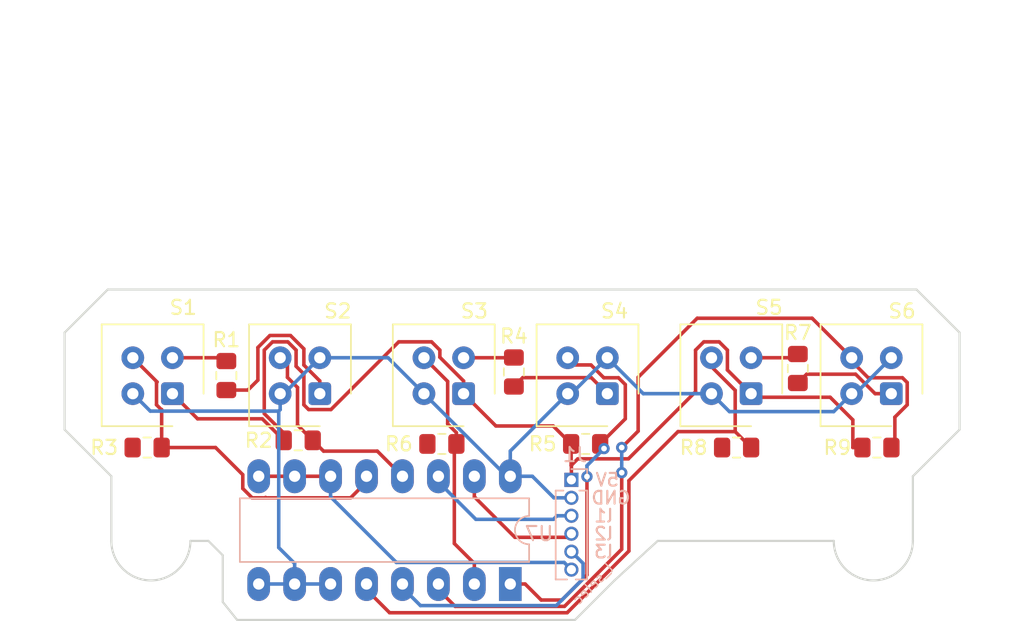
<source format=kicad_pcb>
(kicad_pcb (version 20171130) (host pcbnew "(5.0.1)-4")

  (general
    (thickness 1.6)
    (drawings 29)
    (tracks 198)
    (zones 0)
    (modules 19)
    (nets 22)
  )

  (page A4)
  (layers
    (0 F.Cu signal)
    (31 B.Cu signal)
    (32 B.Adhes user)
    (33 F.Adhes user)
    (34 B.Paste user)
    (35 F.Paste user hide)
    (36 B.SilkS user)
    (37 F.SilkS user)
    (38 B.Mask user)
    (39 F.Mask user)
    (40 Dwgs.User user)
    (41 Cmts.User user)
    (42 Eco1.User user)
    (43 Eco2.User user)
    (44 Edge.Cuts user)
    (45 Margin user)
    (46 B.CrtYd user)
    (47 F.CrtYd user)
    (48 B.Fab user)
    (49 F.Fab user)
  )

  (setup
    (last_trace_width 0.25)
    (trace_clearance 0.2)
    (zone_clearance 0.508)
    (zone_45_only no)
    (trace_min 0.2)
    (segment_width 0.2)
    (edge_width 0.15)
    (via_size 0.8)
    (via_drill 0.4)
    (via_min_size 0.4)
    (via_min_drill 0.3)
    (uvia_size 0.3)
    (uvia_drill 0.1)
    (uvias_allowed no)
    (uvia_min_size 0.2)
    (uvia_min_drill 0.1)
    (pcb_text_width 0.3)
    (pcb_text_size 1.5 1.5)
    (mod_edge_width 0.15)
    (mod_text_size 1 1)
    (mod_text_width 0.15)
    (pad_size 1.524 1.524)
    (pad_drill 0.762)
    (pad_to_mask_clearance 0.051)
    (solder_mask_min_width 0.25)
    (aux_axis_origin 0 0)
    (visible_elements 7FFFFFFF)
    (pcbplotparams
      (layerselection 0x01000_7ffffffe)
      (usegerberextensions false)
      (usegerberattributes false)
      (usegerberadvancedattributes false)
      (creategerberjobfile false)
      (excludeedgelayer true)
      (linewidth 0.100000)
      (plotframeref false)
      (viasonmask false)
      (mode 1)
      (useauxorigin false)
      (hpglpennumber 1)
      (hpglpenspeed 20)
      (hpglpendiameter 15.000000)
      (psnegative false)
      (psa4output false)
      (plotreference true)
      (plotvalue true)
      (plotinvisibletext false)
      (padsonsilk false)
      (subtractmaskfromsilk false)
      (outputformat 3)
      (mirror false)
      (drillshape 0)
      (scaleselection 1)
      (outputdirectory "E:/"))
  )

  (net 0 "")
  (net 1 +5V)
  (net 2 GND)
  (net 3 /linea1)
  (net 4 /linea2)
  (net 5 /linea3)
  (net 6 /linea_selec)
  (net 7 "Net-(R1-Pad1)")
  (net 8 "Net-(R1-Pad2)")
  (net 9 /sensor1)
  (net 10 /sensor2)
  (net 11 "Net-(R4-Pad2)")
  (net 12 "Net-(R4-Pad1)")
  (net 13 /sensor3)
  (net 14 /sensor4)
  (net 15 "Net-(R7-Pad1)")
  (net 16 "Net-(R7-Pad2)")
  (net 17 /sensor5)
  (net 18 "Net-(R8-Pad1)")
  (net 19 /sensor6)
  (net 20 "Net-(R3-Pad1)")
  (net 21 "Net-(R6-Pad1)")

  (net_class Default "Esta es la clase de red por defecto."
    (clearance 0.2)
    (trace_width 0.25)
    (via_dia 0.8)
    (via_drill 0.4)
    (uvia_dia 0.3)
    (uvia_drill 0.1)
    (add_net +5V)
    (add_net /linea1)
    (add_net /linea2)
    (add_net /linea3)
    (add_net /linea_selec)
    (add_net /sensor1)
    (add_net /sensor2)
    (add_net /sensor3)
    (add_net /sensor4)
    (add_net /sensor5)
    (add_net /sensor6)
    (add_net GND)
    (add_net "Net-(R1-Pad1)")
    (add_net "Net-(R1-Pad2)")
    (add_net "Net-(R3-Pad1)")
    (add_net "Net-(R4-Pad1)")
    (add_net "Net-(R4-Pad2)")
    (add_net "Net-(R6-Pad1)")
    (add_net "Net-(R7-Pad1)")
    (add_net "Net-(R7-Pad2)")
    (add_net "Net-(R8-Pad1)")
  )

  (module OptoDevice:Vishay_CNY70 (layer F.Cu) (tedit 5BF9374C) (tstamp 5BFD6D42)
    (at 75.692 126.238 180)
    (descr "package for Vishay CNY70 refective photo coupler/interrupter")
    (tags "Vishay CNY70 refective photo coupler")
    (path /5BEFF1FC)
    (fp_text reference S2 (at -1.27 5.842 180) (layer F.SilkS)
      (effects (font (size 1 1) (thickness 0.15)))
    )
    (fp_text value CNY70 (at 2.54 5.8 180) (layer F.Fab)
      (effects (font (size 1 1) (thickness 0.15)))
    )
    (fp_text user %R (at 1.5 1.4 180) (layer F.Fab)
      (effects (font (size 1 1) (thickness 0.15)))
    )
    (fp_line (start 5 4.9) (end 5 -2.3) (layer F.SilkS) (width 0.12))
    (fp_line (start -2.2 4.9) (end 5 4.9) (layer F.SilkS) (width 0.12))
    (fp_line (start -2.2 0) (end -2.2 4.9) (layer F.SilkS) (width 0.12))
    (fp_line (start 5 -2.3) (end 0 -2.3) (layer F.SilkS) (width 0.12))
    (fp_line (start -1.1 3.9) (end 3.9 3.9) (layer F.Fab) (width 0.1))
    (fp_line (start -1.1 -1.2) (end -1.1 3.9) (layer F.Fab) (width 0.1))
    (fp_line (start 3.9 -1.2) (end -1.1 -1.2) (layer F.Fab) (width 0.1))
    (fp_line (start 3.9 3.9) (end 3.9 -1.2) (layer F.Fab) (width 0.1))
    (fp_line (start 1.2 4.5) (end 1.2 4.8) (layer F.Fab) (width 0.1))
    (fp_line (start 1.6 4.5) (end 1.2 4.5) (layer F.Fab) (width 0.1))
    (fp_line (start 1.6 4.8) (end 1.6 4.5) (layer F.Fab) (width 0.1))
    (fp_line (start 1.6 -1.9) (end 1.6 -2.2) (layer F.Fab) (width 0.1))
    (fp_line (start 1.2 -1.9) (end 1.6 -1.9) (layer F.Fab) (width 0.1))
    (fp_line (start 1.2 -2.2) (end 1.2 -1.9) (layer F.Fab) (width 0.1))
    (fp_line (start -2.1 -1.2) (end -1.1 -2.2) (layer F.Fab) (width 0.1))
    (fp_line (start -2.1 4.8) (end -2.1 -1.2) (layer F.Fab) (width 0.1))
    (fp_line (start 4.9 4.8) (end -2.1 4.8) (layer F.Fab) (width 0.1))
    (fp_line (start 4.9 -2.2) (end 4.9 4.8) (layer F.Fab) (width 0.1))
    (fp_line (start -1.1 -2.2) (end 4.9 -2.2) (layer F.Fab) (width 0.1))
    (fp_line (start -2.35 -2.45) (end 5.15 -2.45) (layer F.CrtYd) (width 0.05))
    (fp_line (start -2.35 -2.45) (end -2.35 5.05) (layer F.CrtYd) (width 0.05))
    (fp_line (start 5.15 5.05) (end 5.15 -2.45) (layer F.CrtYd) (width 0.05))
    (fp_line (start 5.15 5.05) (end -2.35 5.05) (layer F.CrtYd) (width 0.05))
    (pad 4 thru_hole circle (at 2.8 0 180) (size 1.6 1.6) (drill 0.8) (layers *.Cu *.Mask)
      (net 2 GND))
    (pad 3 thru_hole circle (at 2.8 2.54 180) (size 1.6 1.6) (drill 0.8) (layers *.Cu *.Mask)
      (net 10 /sensor2))
    (pad 2 thru_hole circle (at 0 2.54 180) (size 1.6 1.6) (drill 0.8) (layers *.Cu *.Mask)
      (net 2 GND))
    (pad 1 thru_hole roundrect (at 0 0 180) (size 1.6 1.6) (drill 0.8) (layers *.Cu *.Mask) (roundrect_rratio 0.156)
      (net 8 "Net-(R1-Pad2)"))
    (model ${KISYS3DMOD}/OptoDevice.3dshapes/Vishay_CNY70.wrl
      (at (xyz 0 0 0))
      (scale (xyz 1 1 1))
      (rotate (xyz 0 0 0))
    )
  )

  (module OptoDevice:Vishay_CNY70 (layer F.Cu) (tedit 5BF93690) (tstamp 5BFD6D62)
    (at 85.852 126.238 180)
    (descr "package for Vishay CNY70 refective photo coupler/interrupter")
    (tags "Vishay CNY70 refective photo coupler")
    (path /5BEFF196)
    (fp_text reference S3 (at -0.762 5.842 180) (layer F.SilkS)
      (effects (font (size 1 1) (thickness 0.15)))
    )
    (fp_text value CNY70 (at 2.794 5.8 180) (layer F.Fab)
      (effects (font (size 1 1) (thickness 0.15)))
    )
    (fp_text user %R (at 1.5 1.4 180) (layer F.Fab)
      (effects (font (size 1 1) (thickness 0.15)))
    )
    (fp_line (start 5 4.9) (end 5 -2.3) (layer F.SilkS) (width 0.12))
    (fp_line (start -2.2 4.9) (end 5 4.9) (layer F.SilkS) (width 0.12))
    (fp_line (start -2.2 0) (end -2.2 4.9) (layer F.SilkS) (width 0.12))
    (fp_line (start 5 -2.3) (end 0 -2.3) (layer F.SilkS) (width 0.12))
    (fp_line (start -1.1 3.9) (end 3.9 3.9) (layer F.Fab) (width 0.1))
    (fp_line (start -1.1 -1.2) (end -1.1 3.9) (layer F.Fab) (width 0.1))
    (fp_line (start 3.9 -1.2) (end -1.1 -1.2) (layer F.Fab) (width 0.1))
    (fp_line (start 3.9 3.9) (end 3.9 -1.2) (layer F.Fab) (width 0.1))
    (fp_line (start 1.2 4.5) (end 1.2 4.8) (layer F.Fab) (width 0.1))
    (fp_line (start 1.6 4.5) (end 1.2 4.5) (layer F.Fab) (width 0.1))
    (fp_line (start 1.6 4.8) (end 1.6 4.5) (layer F.Fab) (width 0.1))
    (fp_line (start 1.6 -1.9) (end 1.6 -2.2) (layer F.Fab) (width 0.1))
    (fp_line (start 1.2 -1.9) (end 1.6 -1.9) (layer F.Fab) (width 0.1))
    (fp_line (start 1.2 -2.2) (end 1.2 -1.9) (layer F.Fab) (width 0.1))
    (fp_line (start -2.1 -1.2) (end -1.1 -2.2) (layer F.Fab) (width 0.1))
    (fp_line (start -2.1 4.8) (end -2.1 -1.2) (layer F.Fab) (width 0.1))
    (fp_line (start 4.9 4.8) (end -2.1 4.8) (layer F.Fab) (width 0.1))
    (fp_line (start 4.9 -2.2) (end 4.9 4.8) (layer F.Fab) (width 0.1))
    (fp_line (start -1.1 -2.2) (end 4.9 -2.2) (layer F.Fab) (width 0.1))
    (fp_line (start -2.35 -2.45) (end 5.15 -2.45) (layer F.CrtYd) (width 0.05))
    (fp_line (start -2.35 -2.45) (end -2.35 5.05) (layer F.CrtYd) (width 0.05))
    (fp_line (start 5.15 5.05) (end 5.15 -2.45) (layer F.CrtYd) (width 0.05))
    (fp_line (start 5.15 5.05) (end -2.35 5.05) (layer F.CrtYd) (width 0.05))
    (pad 4 thru_hole circle (at 2.8 0 180) (size 1.6 1.6) (drill 0.8) (layers *.Cu *.Mask)
      (net 2 GND))
    (pad 3 thru_hole circle (at 2.8 2.54 180) (size 1.6 1.6) (drill 0.8) (layers *.Cu *.Mask)
      (net 13 /sensor3))
    (pad 2 thru_hole circle (at 0 2.54 180) (size 1.6 1.6) (drill 0.8) (layers *.Cu *.Mask)
      (net 12 "Net-(R4-Pad1)"))
    (pad 1 thru_hole roundrect (at 0 0 180) (size 1.6 1.6) (drill 0.8) (layers *.Cu *.Mask) (roundrect_rratio 0.156)
      (net 1 +5V))
    (model ${KISYS3DMOD}/OptoDevice.3dshapes/Vishay_CNY70.wrl
      (at (xyz 0 0 0))
      (scale (xyz 1 1 1))
      (rotate (xyz 0 0 0))
    )
  )

  (module Resistor_SMD:R_0805_2012Metric_Pad1.15x1.40mm_HandSolder (layer F.Cu) (tedit 5B36C52B) (tstamp 5BFD6CCF)
    (at 84.319 129.794)
    (descr "Resistor SMD 0805 (2012 Metric), square (rectangular) end terminal, IPC_7351 nominal with elongated pad for handsoldering. (Body size source: https://docs.google.com/spreadsheets/d/1BsfQQcO9C6DZCsRaXUlFlo91Tg2WpOkGARC1WS5S8t0/edit?usp=sharing), generated with kicad-footprint-generator")
    (tags "resistor handsolder")
    (path /5BEFF951)
    (attr smd)
    (fp_text reference R6 (at -3.039 0) (layer F.SilkS)
      (effects (font (size 1 1) (thickness 0.15)))
    )
    (fp_text value 10k (at 0 1.65 -270) (layer F.Fab)
      (effects (font (size 1 1) (thickness 0.15)))
    )
    (fp_text user %R (at 0 0) (layer F.Fab)
      (effects (font (size 0.5 0.5) (thickness 0.08)))
    )
    (fp_line (start 1.85 0.95) (end -1.85 0.95) (layer F.CrtYd) (width 0.05))
    (fp_line (start 1.85 -0.95) (end 1.85 0.95) (layer F.CrtYd) (width 0.05))
    (fp_line (start -1.85 -0.95) (end 1.85 -0.95) (layer F.CrtYd) (width 0.05))
    (fp_line (start -1.85 0.95) (end -1.85 -0.95) (layer F.CrtYd) (width 0.05))
    (fp_line (start -0.261252 0.71) (end 0.261252 0.71) (layer F.SilkS) (width 0.12))
    (fp_line (start -0.261252 -0.71) (end 0.261252 -0.71) (layer F.SilkS) (width 0.12))
    (fp_line (start 1 0.6) (end -1 0.6) (layer F.Fab) (width 0.1))
    (fp_line (start 1 -0.6) (end 1 0.6) (layer F.Fab) (width 0.1))
    (fp_line (start -1 -0.6) (end 1 -0.6) (layer F.Fab) (width 0.1))
    (fp_line (start -1 0.6) (end -1 -0.6) (layer F.Fab) (width 0.1))
    (pad 2 smd roundrect (at 1.025 0) (size 1.15 1.4) (layers F.Cu F.Paste F.Mask) (roundrect_rratio 0.217391)
      (net 13 /sensor3))
    (pad 1 smd roundrect (at -1.025 0) (size 1.15 1.4) (layers F.Cu F.Paste F.Mask) (roundrect_rratio 0.217391)
      (net 21 "Net-(R6-Pad1)"))
    (model ${KISYS3DMOD}/Resistor_SMD.3dshapes/R_0805_2012Metric.wrl
      (at (xyz 0 0 0))
      (scale (xyz 1 1 1))
      (rotate (xyz 0 0 0))
    )
  )

  (module Resistor_SMD:R_0805_2012Metric_Pad1.15x1.40mm_HandSolder (layer F.Cu) (tedit 5B36C52B) (tstamp 5BFD6CAD)
    (at 89.408 124.705 270)
    (descr "Resistor SMD 0805 (2012 Metric), square (rectangular) end terminal, IPC_7351 nominal with elongated pad for handsoldering. (Body size source: https://docs.google.com/spreadsheets/d/1BsfQQcO9C6DZCsRaXUlFlo91Tg2WpOkGARC1WS5S8t0/edit?usp=sharing), generated with kicad-footprint-generator")
    (tags "resistor handsolder")
    (path /5BF09105)
    (attr smd)
    (fp_text reference R4 (at -2.531 0) (layer F.SilkS)
      (effects (font (size 1 1) (thickness 0.15)))
    )
    (fp_text value 82 (at 0 1.65 270) (layer F.Fab)
      (effects (font (size 1 1) (thickness 0.15)))
    )
    (fp_text user %R (at 0 0 270) (layer F.Fab)
      (effects (font (size 0.5 0.5) (thickness 0.08)))
    )
    (fp_line (start 1.85 0.95) (end -1.85 0.95) (layer F.CrtYd) (width 0.05))
    (fp_line (start 1.85 -0.95) (end 1.85 0.95) (layer F.CrtYd) (width 0.05))
    (fp_line (start -1.85 -0.95) (end 1.85 -0.95) (layer F.CrtYd) (width 0.05))
    (fp_line (start -1.85 0.95) (end -1.85 -0.95) (layer F.CrtYd) (width 0.05))
    (fp_line (start -0.261252 0.71) (end 0.261252 0.71) (layer F.SilkS) (width 0.12))
    (fp_line (start -0.261252 -0.71) (end 0.261252 -0.71) (layer F.SilkS) (width 0.12))
    (fp_line (start 1 0.6) (end -1 0.6) (layer F.Fab) (width 0.1))
    (fp_line (start 1 -0.6) (end 1 0.6) (layer F.Fab) (width 0.1))
    (fp_line (start -1 -0.6) (end 1 -0.6) (layer F.Fab) (width 0.1))
    (fp_line (start -1 0.6) (end -1 -0.6) (layer F.Fab) (width 0.1))
    (pad 2 smd roundrect (at 1.025 0 270) (size 1.15 1.4) (layers F.Cu F.Paste F.Mask) (roundrect_rratio 0.217391)
      (net 11 "Net-(R4-Pad2)"))
    (pad 1 smd roundrect (at -1.025 0 270) (size 1.15 1.4) (layers F.Cu F.Paste F.Mask) (roundrect_rratio 0.217391)
      (net 12 "Net-(R4-Pad1)"))
    (model ${KISYS3DMOD}/Resistor_SMD.3dshapes/R_0805_2012Metric.wrl
      (at (xyz 0 0 0))
      (scale (xyz 1 1 1))
      (rotate (xyz 0 0 0))
    )
  )

  (module Resistor_SMD:R_0805_2012Metric_Pad1.15x1.40mm_HandSolder (layer F.Cu) (tedit 5B36C52B) (tstamp 5BFD6C8B)
    (at 74.168 129.54)
    (descr "Resistor SMD 0805 (2012 Metric), square (rectangular) end terminal, IPC_7351 nominal with elongated pad for handsoldering. (Body size source: https://docs.google.com/spreadsheets/d/1BsfQQcO9C6DZCsRaXUlFlo91Tg2WpOkGARC1WS5S8t0/edit?usp=sharing), generated with kicad-footprint-generator")
    (tags "resistor handsolder")
    (path /5BEFF77A)
    (attr smd)
    (fp_text reference R2 (at -2.794 0) (layer F.SilkS)
      (effects (font (size 1 1) (thickness 0.15)))
    )
    (fp_text value 10k (at 0 1.65) (layer F.Fab)
      (effects (font (size 1 1) (thickness 0.15)))
    )
    (fp_text user %R (at 0 0.254) (layer F.Fab)
      (effects (font (size 0.5 0.5) (thickness 0.08)))
    )
    (fp_line (start 1.85 0.95) (end -1.85 0.95) (layer F.CrtYd) (width 0.05))
    (fp_line (start 1.85 -0.95) (end 1.85 0.95) (layer F.CrtYd) (width 0.05))
    (fp_line (start -1.85 -0.95) (end 1.85 -0.95) (layer F.CrtYd) (width 0.05))
    (fp_line (start -1.85 0.95) (end -1.85 -0.95) (layer F.CrtYd) (width 0.05))
    (fp_line (start -0.261252 0.71) (end 0.261252 0.71) (layer F.SilkS) (width 0.12))
    (fp_line (start -0.261252 -0.71) (end 0.261252 -0.71) (layer F.SilkS) (width 0.12))
    (fp_line (start 1 0.6) (end -1 0.6) (layer F.Fab) (width 0.1))
    (fp_line (start 1 -0.6) (end 1 0.6) (layer F.Fab) (width 0.1))
    (fp_line (start -1 -0.6) (end 1 -0.6) (layer F.Fab) (width 0.1))
    (fp_line (start -1 0.6) (end -1 -0.6) (layer F.Fab) (width 0.1))
    (pad 2 smd roundrect (at 1.025 0) (size 1.15 1.4) (layers F.Cu F.Paste F.Mask) (roundrect_rratio 0.217391)
      (net 10 /sensor2))
    (pad 1 smd roundrect (at -1.025 0) (size 1.15 1.4) (layers F.Cu F.Paste F.Mask) (roundrect_rratio 0.217391)
      (net 1 +5V))
    (model ${KISYS3DMOD}/Resistor_SMD.3dshapes/R_0805_2012Metric.wrl
      (at (xyz 0 0 0))
      (scale (xyz 1 1 1))
      (rotate (xyz 0 0 0))
    )
  )

  (module Resistor_SMD:R_0805_2012Metric_Pad1.15x1.40mm_HandSolder (layer F.Cu) (tedit 5B36C52B) (tstamp 5BFD6C7A)
    (at 69.088 124.959 270)
    (descr "Resistor SMD 0805 (2012 Metric), square (rectangular) end terminal, IPC_7351 nominal with elongated pad for handsoldering. (Body size source: https://docs.google.com/spreadsheets/d/1BsfQQcO9C6DZCsRaXUlFlo91Tg2WpOkGARC1WS5S8t0/edit?usp=sharing), generated with kicad-footprint-generator")
    (tags "resistor handsolder")
    (path /5BF090C3)
    (attr smd)
    (fp_text reference R1 (at -2.531 0) (layer F.SilkS)
      (effects (font (size 1 1) (thickness 0.15)))
    )
    (fp_text value 82 (at 0 1.65 270) (layer F.Fab)
      (effects (font (size 1 1) (thickness 0.15)))
    )
    (fp_line (start -1 0.6) (end -1 -0.6) (layer F.Fab) (width 0.1))
    (fp_line (start -1 -0.6) (end 1 -0.6) (layer F.Fab) (width 0.1))
    (fp_line (start 1 -0.6) (end 1 0.6) (layer F.Fab) (width 0.1))
    (fp_line (start 1 0.6) (end -1 0.6) (layer F.Fab) (width 0.1))
    (fp_line (start -0.261252 -0.71) (end 0.261252 -0.71) (layer F.SilkS) (width 0.12))
    (fp_line (start -0.261252 0.71) (end 0.261252 0.71) (layer F.SilkS) (width 0.12))
    (fp_line (start -1.85 0.95) (end -1.85 -0.95) (layer F.CrtYd) (width 0.05))
    (fp_line (start -1.85 -0.95) (end 1.85 -0.95) (layer F.CrtYd) (width 0.05))
    (fp_line (start 1.85 -0.95) (end 1.85 0.95) (layer F.CrtYd) (width 0.05))
    (fp_line (start 1.85 0.95) (end -1.85 0.95) (layer F.CrtYd) (width 0.05))
    (fp_text user %R (at 0 0 270) (layer F.Fab)
      (effects (font (size 0.5 0.5) (thickness 0.08)))
    )
    (pad 1 smd roundrect (at -1.025 0 270) (size 1.15 1.4) (layers F.Cu F.Paste F.Mask) (roundrect_rratio 0.217391)
      (net 7 "Net-(R1-Pad1)"))
    (pad 2 smd roundrect (at 1.025 0 270) (size 1.15 1.4) (layers F.Cu F.Paste F.Mask) (roundrect_rratio 0.217391)
      (net 8 "Net-(R1-Pad2)"))
    (model ${KISYS3DMOD}/Resistor_SMD.3dshapes/R_0805_2012Metric.wrl
      (at (xyz 0 0 0))
      (scale (xyz 1 1 1))
      (rotate (xyz 0 0 0))
    )
  )

  (module Connector_PinHeader_1.27mm:PinHeader_1x06_P1.27mm_Vertical (layer B.Cu) (tedit 5BF91E22) (tstamp 5BF921CD)
    (at 93.472 132.334 180)
    (descr "Through hole straight pin header, 1x06, 1.27mm pitch, single row")
    (tags "Through hole pin header THT 1x06 1.27mm single row")
    (path /5BF23D16)
    (fp_text reference J1 (at -0.254 1.778 180) (layer B.SilkS)
      (effects (font (size 1 1) (thickness 0.15)) (justify mirror))
    )
    (fp_text value Conn_01x06_Female (at 0 -8.045 180) (layer B.Fab)
      (effects (font (size 1 1) (thickness 0.15)) (justify mirror))
    )
    (fp_line (start -0.525 0.635) (end 1.05 0.635) (layer B.Fab) (width 0.1))
    (fp_line (start 1.05 0.635) (end 1.05 -6.985) (layer B.Fab) (width 0.1))
    (fp_line (start 1.05 -6.985) (end -1.05 -6.985) (layer B.Fab) (width 0.1))
    (fp_line (start -1.05 -6.985) (end -1.05 0.11) (layer B.Fab) (width 0.1))
    (fp_line (start -1.05 0.11) (end -0.525 0.635) (layer B.Fab) (width 0.1))
    (fp_line (start -1.11 -7.045) (end -0.30753 -7.045) (layer B.SilkS) (width 0.12))
    (fp_line (start 0.30753 -7.045) (end 1.11 -7.045) (layer B.SilkS) (width 0.12))
    (fp_line (start -1.11 -0.76) (end -1.11 -7.045) (layer B.SilkS) (width 0.12))
    (fp_line (start 1.11 -0.76) (end 1.11 -7.045) (layer B.SilkS) (width 0.12))
    (fp_line (start -1.11 -0.76) (end -0.563471 -0.76) (layer B.SilkS) (width 0.12))
    (fp_line (start 0.563471 -0.76) (end 1.11 -0.76) (layer B.SilkS) (width 0.12))
    (fp_line (start -1.11 0) (end -1.11 0.76) (layer B.SilkS) (width 0.12))
    (fp_line (start -1.11 0.76) (end 0 0.76) (layer B.SilkS) (width 0.12))
    (fp_line (start -1.55 1.15) (end -1.55 -7.5) (layer B.CrtYd) (width 0.05))
    (fp_line (start -1.55 -7.5) (end 1.55 -7.5) (layer B.CrtYd) (width 0.05))
    (fp_line (start 1.55 -7.5) (end 1.55 1.15) (layer B.CrtYd) (width 0.05))
    (fp_line (start 1.55 1.15) (end -1.55 1.15) (layer B.CrtYd) (width 0.05))
    (fp_text user %R (at -0.254 -3.302 90) (layer B.Fab)
      (effects (font (size 1 1) (thickness 0.15)) (justify mirror))
    )
    (pad 1 thru_hole rect (at 0 0 180) (size 1 1) (drill 0.65) (layers *.Cu *.Mask)
      (net 1 +5V))
    (pad 2 thru_hole oval (at 0 -1.27 180) (size 1 1) (drill 0.65) (layers *.Cu *.Mask)
      (net 2 GND))
    (pad 3 thru_hole oval (at 0 -2.54 180) (size 1 1) (drill 0.65) (layers *.Cu *.Mask)
      (net 3 /linea1))
    (pad 4 thru_hole oval (at 0 -3.81 180) (size 1 1) (drill 0.65) (layers *.Cu *.Mask)
      (net 4 /linea2))
    (pad 5 thru_hole oval (at 0 -5.08 180) (size 1 1) (drill 0.65) (layers *.Cu *.Mask)
      (net 5 /linea3))
    (pad 6 thru_hole oval (at 0 -6.35 180) (size 1 1) (drill 0.65) (layers *.Cu *.Mask)
      (net 6 /linea_selec))
    (model ${KISYS3DMOD}/Connector_PinHeader_1.27mm.3dshapes/PinHeader_1x06_P1.27mm_Vertical.wrl
      (at (xyz 0 0 0))
      (scale (xyz 1 1 1))
      (rotate (xyz 0 0 0))
    )
  )

  (module Resistor_SMD:R_0805_2012Metric_Pad1.15x1.40mm_HandSolder (layer F.Cu) (tedit 5B36C52B) (tstamp 5BFD6C9C)
    (at 63.491 130.048)
    (descr "Resistor SMD 0805 (2012 Metric), square (rectangular) end terminal, IPC_7351 nominal with elongated pad for handsoldering. (Body size source: https://docs.google.com/spreadsheets/d/1BsfQQcO9C6DZCsRaXUlFlo91Tg2WpOkGARC1WS5S8t0/edit?usp=sharing), generated with kicad-footprint-generator")
    (tags "resistor handsolder")
    (path /5BEFF903)
    (attr smd)
    (fp_text reference R3 (at -3.039 0) (layer F.SilkS)
      (effects (font (size 1 1) (thickness 0.15)))
    )
    (fp_text value 10k (at 0 1.65) (layer F.Fab)
      (effects (font (size 1 1) (thickness 0.15)))
    )
    (fp_line (start -1 0.6) (end -1 -0.6) (layer F.Fab) (width 0.1))
    (fp_line (start -1 -0.6) (end 1 -0.6) (layer F.Fab) (width 0.1))
    (fp_line (start 1 -0.6) (end 1 0.6) (layer F.Fab) (width 0.1))
    (fp_line (start 1 0.6) (end -1 0.6) (layer F.Fab) (width 0.1))
    (fp_line (start -0.261252 -0.71) (end 0.261252 -0.71) (layer F.SilkS) (width 0.12))
    (fp_line (start -0.261252 0.71) (end 0.261252 0.71) (layer F.SilkS) (width 0.12))
    (fp_line (start -1.85 0.95) (end -1.85 -0.95) (layer F.CrtYd) (width 0.05))
    (fp_line (start -1.85 -0.95) (end 1.85 -0.95) (layer F.CrtYd) (width 0.05))
    (fp_line (start 1.85 -0.95) (end 1.85 0.95) (layer F.CrtYd) (width 0.05))
    (fp_line (start 1.85 0.95) (end -1.85 0.95) (layer F.CrtYd) (width 0.05))
    (fp_text user %R (at 0 0 90) (layer F.Fab)
      (effects (font (size 0.5 0.5) (thickness 0.08)))
    )
    (pad 1 smd roundrect (at -1.025 0) (size 1.15 1.4) (layers F.Cu F.Paste F.Mask) (roundrect_rratio 0.217391)
      (net 20 "Net-(R3-Pad1)"))
    (pad 2 smd roundrect (at 1.025 0) (size 1.15 1.4) (layers F.Cu F.Paste F.Mask) (roundrect_rratio 0.217391)
      (net 9 /sensor1))
    (model ${KISYS3DMOD}/Resistor_SMD.3dshapes/R_0805_2012Metric.wrl
      (at (xyz 0 0 0))
      (scale (xyz 1 1 1))
      (rotate (xyz 0 0 0))
    )
  )

  (module Resistor_SMD:R_0805_2012Metric_Pad1.15x1.40mm_HandSolder (layer F.Cu) (tedit 5B36C52B) (tstamp 5BFD6CBE)
    (at 94.479 129.794)
    (descr "Resistor SMD 0805 (2012 Metric), square (rectangular) end terminal, IPC_7351 nominal with elongated pad for handsoldering. (Body size source: https://docs.google.com/spreadsheets/d/1BsfQQcO9C6DZCsRaXUlFlo91Tg2WpOkGARC1WS5S8t0/edit?usp=sharing), generated with kicad-footprint-generator")
    (tags "resistor handsolder")
    (path /5BEFF807)
    (attr smd)
    (fp_text reference R5 (at -3.039 0) (layer F.SilkS)
      (effects (font (size 1 1) (thickness 0.15)))
    )
    (fp_text value 10k (at 0 1.65) (layer F.Fab)
      (effects (font (size 1 1) (thickness 0.15)))
    )
    (fp_line (start -1 0.6) (end -1 -0.6) (layer F.Fab) (width 0.1))
    (fp_line (start -1 -0.6) (end 1 -0.6) (layer F.Fab) (width 0.1))
    (fp_line (start 1 -0.6) (end 1 0.6) (layer F.Fab) (width 0.1))
    (fp_line (start 1 0.6) (end -1 0.6) (layer F.Fab) (width 0.1))
    (fp_line (start -0.261252 -0.71) (end 0.261252 -0.71) (layer F.SilkS) (width 0.12))
    (fp_line (start -0.261252 0.71) (end 0.261252 0.71) (layer F.SilkS) (width 0.12))
    (fp_line (start -1.85 0.95) (end -1.85 -0.95) (layer F.CrtYd) (width 0.05))
    (fp_line (start -1.85 -0.95) (end 1.85 -0.95) (layer F.CrtYd) (width 0.05))
    (fp_line (start 1.85 -0.95) (end 1.85 0.95) (layer F.CrtYd) (width 0.05))
    (fp_line (start 1.85 0.95) (end -1.85 0.95) (layer F.CrtYd) (width 0.05))
    (fp_text user %R (at 0.263 0) (layer F.Fab)
      (effects (font (size 0.5 0.5) (thickness 0.08)))
    )
    (pad 1 smd roundrect (at -1.025 0) (size 1.15 1.4) (layers F.Cu F.Paste F.Mask) (roundrect_rratio 0.217391)
      (net 1 +5V))
    (pad 2 smd roundrect (at 1.025 0) (size 1.15 1.4) (layers F.Cu F.Paste F.Mask) (roundrect_rratio 0.217391)
      (net 14 /sensor4))
    (model ${KISYS3DMOD}/Resistor_SMD.3dshapes/R_0805_2012Metric.wrl
      (at (xyz 0 0 0))
      (scale (xyz 1 1 1))
      (rotate (xyz 0 0 0))
    )
  )

  (module Resistor_SMD:R_0805_2012Metric_Pad1.15x1.40mm_HandSolder (layer F.Cu) (tedit 5B36C52B) (tstamp 5BFD6CE0)
    (at 109.474 124.46 270)
    (descr "Resistor SMD 0805 (2012 Metric), square (rectangular) end terminal, IPC_7351 nominal with elongated pad for handsoldering. (Body size source: https://docs.google.com/spreadsheets/d/1BsfQQcO9C6DZCsRaXUlFlo91Tg2WpOkGARC1WS5S8t0/edit?usp=sharing), generated with kicad-footprint-generator")
    (tags "resistor handsolder")
    (path /5BF09155)
    (attr smd)
    (fp_text reference R7 (at -2.54 0) (layer F.SilkS)
      (effects (font (size 1 1) (thickness 0.15)))
    )
    (fp_text value 82 (at 0 1.524 270) (layer F.Fab)
      (effects (font (size 1 1) (thickness 0.15)))
    )
    (fp_line (start -1 0.6) (end -1 -0.6) (layer F.Fab) (width 0.1))
    (fp_line (start -1 -0.6) (end 1 -0.6) (layer F.Fab) (width 0.1))
    (fp_line (start 1 -0.6) (end 1 0.6) (layer F.Fab) (width 0.1))
    (fp_line (start 1 0.6) (end -1 0.6) (layer F.Fab) (width 0.1))
    (fp_line (start -0.261252 -0.71) (end 0.261252 -0.71) (layer F.SilkS) (width 0.12))
    (fp_line (start -0.261252 0.71) (end 0.261252 0.71) (layer F.SilkS) (width 0.12))
    (fp_line (start -1.85 0.95) (end -1.85 -0.95) (layer F.CrtYd) (width 0.05))
    (fp_line (start -1.85 -0.95) (end 1.85 -0.95) (layer F.CrtYd) (width 0.05))
    (fp_line (start 1.85 -0.95) (end 1.85 0.95) (layer F.CrtYd) (width 0.05))
    (fp_line (start 1.85 0.95) (end -1.85 0.95) (layer F.CrtYd) (width 0.05))
    (fp_text user %R (at 0 0 270) (layer F.Fab)
      (effects (font (size 0.5 0.5) (thickness 0.08)))
    )
    (pad 1 smd roundrect (at -1.025 0 270) (size 1.15 1.4) (layers F.Cu F.Paste F.Mask) (roundrect_rratio 0.217391)
      (net 15 "Net-(R7-Pad1)"))
    (pad 2 smd roundrect (at 1.025 0 270) (size 1.15 1.4) (layers F.Cu F.Paste F.Mask) (roundrect_rratio 0.217391)
      (net 16 "Net-(R7-Pad2)"))
    (model ${KISYS3DMOD}/Resistor_SMD.3dshapes/R_0805_2012Metric.wrl
      (at (xyz 0 0 0))
      (scale (xyz 1 1 1))
      (rotate (xyz 0 0 0))
    )
  )

  (module Resistor_SMD:R_0805_2012Metric_Pad1.15x1.40mm_HandSolder (layer F.Cu) (tedit 5BF937B2) (tstamp 5BFD6CF1)
    (at 105.147 130.048)
    (descr "Resistor SMD 0805 (2012 Metric), square (rectangular) end terminal, IPC_7351 nominal with elongated pad for handsoldering. (Body size source: https://docs.google.com/spreadsheets/d/1BsfQQcO9C6DZCsRaXUlFlo91Tg2WpOkGARC1WS5S8t0/edit?usp=sharing), generated with kicad-footprint-generator")
    (tags "resistor handsolder")
    (path /5BEFF99D)
    (attr smd)
    (fp_text reference R8 (at -3.039 0) (layer F.SilkS)
      (effects (font (size 1 1) (thickness 0.15)))
    )
    (fp_text value 10k (at 0 1.65) (layer F.Fab) hide
      (effects (font (size 1 1) (thickness 0.15)))
    )
    (fp_text user %R (at -0.263 0 -270) (layer F.Fab)
      (effects (font (size 0.5 0.5) (thickness 0.08)))
    )
    (fp_line (start 1.85 0.95) (end -1.85 0.95) (layer F.CrtYd) (width 0.05))
    (fp_line (start 1.85 -0.95) (end 1.85 0.95) (layer F.CrtYd) (width 0.05))
    (fp_line (start -1.85 -0.95) (end 1.85 -0.95) (layer F.CrtYd) (width 0.05))
    (fp_line (start -1.85 0.95) (end -1.85 -0.95) (layer F.CrtYd) (width 0.05))
    (fp_line (start -0.261252 0.71) (end 0.261252 0.71) (layer F.SilkS) (width 0.12))
    (fp_line (start -0.261252 -0.71) (end 0.261252 -0.71) (layer F.SilkS) (width 0.12))
    (fp_line (start 1 0.6) (end -1 0.6) (layer F.Fab) (width 0.1))
    (fp_line (start 1 -0.6) (end 1 0.6) (layer F.Fab) (width 0.1))
    (fp_line (start -1 -0.6) (end 1 -0.6) (layer F.Fab) (width 0.1))
    (fp_line (start -1 0.6) (end -1 -0.6) (layer F.Fab) (width 0.1))
    (pad 2 smd roundrect (at 1.025 0) (size 1.15 1.4) (layers F.Cu F.Paste F.Mask) (roundrect_rratio 0.217391)
      (net 17 /sensor5))
    (pad 1 smd roundrect (at -1.025 0) (size 1.15 1.4) (layers F.Cu F.Paste F.Mask) (roundrect_rratio 0.217391)
      (net 18 "Net-(R8-Pad1)"))
    (model ${KISYS3DMOD}/Resistor_SMD.3dshapes/R_0805_2012Metric.wrl
      (at (xyz 0 0 0))
      (scale (xyz 1 1 1))
      (rotate (xyz 0 0 0))
    )
  )

  (module Resistor_SMD:R_0805_2012Metric_Pad1.15x1.40mm_HandSolder (layer F.Cu) (tedit 5B36C52B) (tstamp 5BFD6D02)
    (at 115.062 130.048)
    (descr "Resistor SMD 0805 (2012 Metric), square (rectangular) end terminal, IPC_7351 nominal with elongated pad for handsoldering. (Body size source: https://docs.google.com/spreadsheets/d/1BsfQQcO9C6DZCsRaXUlFlo91Tg2WpOkGARC1WS5S8t0/edit?usp=sharing), generated with kicad-footprint-generator")
    (tags "resistor handsolder")
    (path /5BEFF87D)
    (attr smd)
    (fp_text reference R9 (at -2.794 0) (layer F.SilkS)
      (effects (font (size 1 1) (thickness 0.15)))
    )
    (fp_text value 10k (at 0 1.65) (layer F.Fab)
      (effects (font (size 1 1) (thickness 0.15)))
    )
    (fp_line (start -1 0.6) (end -1 -0.6) (layer F.Fab) (width 0.1))
    (fp_line (start -1 -0.6) (end 1 -0.6) (layer F.Fab) (width 0.1))
    (fp_line (start 1 -0.6) (end 1 0.6) (layer F.Fab) (width 0.1))
    (fp_line (start 1 0.6) (end -1 0.6) (layer F.Fab) (width 0.1))
    (fp_line (start -0.261252 -0.71) (end 0.261252 -0.71) (layer F.SilkS) (width 0.12))
    (fp_line (start -0.261252 0.71) (end 0.261252 0.71) (layer F.SilkS) (width 0.12))
    (fp_line (start -1.85 0.95) (end -1.85 -0.95) (layer F.CrtYd) (width 0.05))
    (fp_line (start -1.85 -0.95) (end 1.85 -0.95) (layer F.CrtYd) (width 0.05))
    (fp_line (start 1.85 -0.95) (end 1.85 0.95) (layer F.CrtYd) (width 0.05))
    (fp_line (start 1.85 0.95) (end -1.85 0.95) (layer F.CrtYd) (width 0.05))
    (fp_text user %R (at 0.517 0.254) (layer F.Fab)
      (effects (font (size 0.5 0.5) (thickness 0.08)))
    )
    (pad 1 smd roundrect (at -1.025 0) (size 1.15 1.4) (layers F.Cu F.Paste F.Mask) (roundrect_rratio 0.217391)
      (net 1 +5V))
    (pad 2 smd roundrect (at 1.025 0) (size 1.15 1.4) (layers F.Cu F.Paste F.Mask) (roundrect_rratio 0.217391)
      (net 19 /sensor6))
    (model ${KISYS3DMOD}/Resistor_SMD.3dshapes/R_0805_2012Metric.wrl
      (at (xyz 0 0 0))
      (scale (xyz 1 1 1))
      (rotate (xyz 0 0 0))
    )
  )

  (module OptoDevice:Vishay_CNY70 (layer F.Cu) (tedit 5BF93746) (tstamp 5BFD6D22)
    (at 65.278 126.238 180)
    (descr "package for Vishay CNY70 refective photo coupler/interrupter")
    (tags "Vishay CNY70 refective photo coupler")
    (path /5BEFF12B)
    (fp_text reference S1 (at -0.762 6.096 180) (layer F.SilkS)
      (effects (font (size 1 1) (thickness 0.15)))
    )
    (fp_text value CNY70 (at 2.794 6.096 180) (layer F.Fab)
      (effects (font (size 1 1) (thickness 0.15)))
    )
    (fp_line (start 5.15 5.05) (end -2.35 5.05) (layer F.CrtYd) (width 0.05))
    (fp_line (start 5.15 5.05) (end 5.15 -2.45) (layer F.CrtYd) (width 0.05))
    (fp_line (start -2.35 -2.45) (end -2.35 5.05) (layer F.CrtYd) (width 0.05))
    (fp_line (start -2.35 -2.45) (end 5.15 -2.45) (layer F.CrtYd) (width 0.05))
    (fp_line (start -1.1 -2.2) (end 4.9 -2.2) (layer F.Fab) (width 0.1))
    (fp_line (start 4.9 -2.2) (end 4.9 4.8) (layer F.Fab) (width 0.1))
    (fp_line (start 4.9 4.8) (end -2.1 4.8) (layer F.Fab) (width 0.1))
    (fp_line (start -2.1 4.8) (end -2.1 -1.2) (layer F.Fab) (width 0.1))
    (fp_line (start -2.1 -1.2) (end -1.1 -2.2) (layer F.Fab) (width 0.1))
    (fp_line (start 1.2 -2.2) (end 1.2 -1.9) (layer F.Fab) (width 0.1))
    (fp_line (start 1.2 -1.9) (end 1.6 -1.9) (layer F.Fab) (width 0.1))
    (fp_line (start 1.6 -1.9) (end 1.6 -2.2) (layer F.Fab) (width 0.1))
    (fp_line (start 1.6 4.8) (end 1.6 4.5) (layer F.Fab) (width 0.1))
    (fp_line (start 1.6 4.5) (end 1.2 4.5) (layer F.Fab) (width 0.1))
    (fp_line (start 1.2 4.5) (end 1.2 4.8) (layer F.Fab) (width 0.1))
    (fp_line (start 3.9 3.9) (end 3.9 -1.2) (layer F.Fab) (width 0.1))
    (fp_line (start 3.9 -1.2) (end -1.1 -1.2) (layer F.Fab) (width 0.1))
    (fp_line (start -1.1 -1.2) (end -1.1 3.9) (layer F.Fab) (width 0.1))
    (fp_line (start -1.1 3.9) (end 3.9 3.9) (layer F.Fab) (width 0.1))
    (fp_line (start 5 -2.3) (end 0 -2.3) (layer F.SilkS) (width 0.12))
    (fp_line (start -2.2 0) (end -2.2 4.9) (layer F.SilkS) (width 0.12))
    (fp_line (start -2.2 4.9) (end 5 4.9) (layer F.SilkS) (width 0.12))
    (fp_line (start 5 4.9) (end 5 -2.3) (layer F.SilkS) (width 0.12))
    (fp_text user %R (at 1.524 1.4 180) (layer F.Fab)
      (effects (font (size 1 1) (thickness 0.15)))
    )
    (pad 1 thru_hole roundrect (at 0 0 180) (size 1.6 1.6) (drill 0.8) (layers *.Cu *.Mask) (roundrect_rratio 0.156)
      (net 1 +5V))
    (pad 2 thru_hole circle (at 0 2.54 180) (size 1.6 1.6) (drill 0.8) (layers *.Cu *.Mask)
      (net 7 "Net-(R1-Pad1)"))
    (pad 3 thru_hole circle (at 2.8 2.54 180) (size 1.6 1.6) (drill 0.8) (layers *.Cu *.Mask)
      (net 9 /sensor1))
    (pad 4 thru_hole circle (at 2.8 0 180) (size 1.6 1.6) (drill 0.8) (layers *.Cu *.Mask)
      (net 2 GND))
    (model ${KISYS3DMOD}/OptoDevice.3dshapes/Vishay_CNY70.wrl
      (at (xyz 0 0 0))
      (scale (xyz 1 1 1))
      (rotate (xyz 0 0 0))
    )
  )

  (module OptoDevice:Vishay_CNY70 (layer F.Cu) (tedit 5BF936E4) (tstamp 5BFD6D82)
    (at 96.012 126.238 180)
    (descr "package for Vishay CNY70 refective photo coupler/interrupter")
    (tags "Vishay CNY70 refective photo coupler")
    (path /5BEFF1B8)
    (fp_text reference S4 (at -0.508 5.842 180) (layer F.SilkS)
      (effects (font (size 1 1) (thickness 0.15)))
    )
    (fp_text value CNY70 (at 3.048 5.842 180) (layer F.Fab)
      (effects (font (size 1 1) (thickness 0.15)))
    )
    (fp_text user %R (at 1.5 1.4 180) (layer F.Fab)
      (effects (font (size 1 1) (thickness 0.15)))
    )
    (fp_line (start 5 4.9) (end 5 -2.3) (layer F.SilkS) (width 0.12))
    (fp_line (start -2.2 4.9) (end 5 4.9) (layer F.SilkS) (width 0.12))
    (fp_line (start -2.2 0) (end -2.2 4.9) (layer F.SilkS) (width 0.12))
    (fp_line (start 5 -2.3) (end 0 -2.3) (layer F.SilkS) (width 0.12))
    (fp_line (start -1.1 3.9) (end 3.9 3.9) (layer F.Fab) (width 0.1))
    (fp_line (start -1.1 -1.2) (end -1.1 3.9) (layer F.Fab) (width 0.1))
    (fp_line (start 3.9 -1.2) (end -1.1 -1.2) (layer F.Fab) (width 0.1))
    (fp_line (start 3.9 3.9) (end 3.9 -1.2) (layer F.Fab) (width 0.1))
    (fp_line (start 1.2 4.5) (end 1.2 4.8) (layer F.Fab) (width 0.1))
    (fp_line (start 1.6 4.5) (end 1.2 4.5) (layer F.Fab) (width 0.1))
    (fp_line (start 1.6 4.8) (end 1.6 4.5) (layer F.Fab) (width 0.1))
    (fp_line (start 1.6 -1.9) (end 1.6 -2.2) (layer F.Fab) (width 0.1))
    (fp_line (start 1.2 -1.9) (end 1.6 -1.9) (layer F.Fab) (width 0.1))
    (fp_line (start 1.2 -2.2) (end 1.2 -1.9) (layer F.Fab) (width 0.1))
    (fp_line (start -2.1 -1.2) (end -1.1 -2.2) (layer F.Fab) (width 0.1))
    (fp_line (start -2.1 4.8) (end -2.1 -1.2) (layer F.Fab) (width 0.1))
    (fp_line (start 4.9 4.8) (end -2.1 4.8) (layer F.Fab) (width 0.1))
    (fp_line (start 4.9 -2.2) (end 4.9 4.8) (layer F.Fab) (width 0.1))
    (fp_line (start -1.1 -2.2) (end 4.9 -2.2) (layer F.Fab) (width 0.1))
    (fp_line (start -2.35 -2.45) (end 5.15 -2.45) (layer F.CrtYd) (width 0.05))
    (fp_line (start -2.35 -2.45) (end -2.35 5.05) (layer F.CrtYd) (width 0.05))
    (fp_line (start 5.15 5.05) (end 5.15 -2.45) (layer F.CrtYd) (width 0.05))
    (fp_line (start 5.15 5.05) (end -2.35 5.05) (layer F.CrtYd) (width 0.05))
    (pad 4 thru_hole circle (at 2.8 0 180) (size 1.6 1.6) (drill 0.8) (layers *.Cu *.Mask)
      (net 2 GND))
    (pad 3 thru_hole circle (at 2.8 2.54 180) (size 1.6 1.6) (drill 0.8) (layers *.Cu *.Mask)
      (net 14 /sensor4))
    (pad 2 thru_hole circle (at 0 2.54 180) (size 1.6 1.6) (drill 0.8) (layers *.Cu *.Mask)
      (net 2 GND))
    (pad 1 thru_hole roundrect (at 0 0 180) (size 1.6 1.6) (drill 0.8) (layers *.Cu *.Mask) (roundrect_rratio 0.156)
      (net 11 "Net-(R4-Pad2)"))
    (model ${KISYS3DMOD}/OptoDevice.3dshapes/Vishay_CNY70.wrl
      (at (xyz 0 0 0))
      (scale (xyz 1 1 1))
      (rotate (xyz 0 0 0))
    )
  )

  (module OptoDevice:Vishay_CNY70 (layer F.Cu) (tedit 5BF93752) (tstamp 5BFD6DA2)
    (at 106.172 126.238 180)
    (descr "package for Vishay CNY70 refective photo coupler/interrupter")
    (tags "Vishay CNY70 refective photo coupler")
    (path /5BEFF345)
    (fp_text reference S5 (at -1.27 6.096 180) (layer F.SilkS)
      (effects (font (size 1 1) (thickness 0.15)))
    )
    (fp_text value CNY70 (at 2.286 6.096 180) (layer F.Fab)
      (effects (font (size 1 1) (thickness 0.15)))
    )
    (fp_line (start 5.15 5.05) (end -2.35 5.05) (layer F.CrtYd) (width 0.05))
    (fp_line (start 5.15 5.05) (end 5.15 -2.45) (layer F.CrtYd) (width 0.05))
    (fp_line (start -2.35 -2.45) (end -2.35 5.05) (layer F.CrtYd) (width 0.05))
    (fp_line (start -2.35 -2.45) (end 5.15 -2.45) (layer F.CrtYd) (width 0.05))
    (fp_line (start -1.1 -2.2) (end 4.9 -2.2) (layer F.Fab) (width 0.1))
    (fp_line (start 4.9 -2.2) (end 4.9 4.8) (layer F.Fab) (width 0.1))
    (fp_line (start 4.9 4.8) (end -2.1 4.8) (layer F.Fab) (width 0.1))
    (fp_line (start -2.1 4.8) (end -2.1 -1.2) (layer F.Fab) (width 0.1))
    (fp_line (start -2.1 -1.2) (end -1.1 -2.2) (layer F.Fab) (width 0.1))
    (fp_line (start 1.2 -2.2) (end 1.2 -1.9) (layer F.Fab) (width 0.1))
    (fp_line (start 1.2 -1.9) (end 1.6 -1.9) (layer F.Fab) (width 0.1))
    (fp_line (start 1.6 -1.9) (end 1.6 -2.2) (layer F.Fab) (width 0.1))
    (fp_line (start 1.6 4.8) (end 1.6 4.5) (layer F.Fab) (width 0.1))
    (fp_line (start 1.6 4.5) (end 1.2 4.5) (layer F.Fab) (width 0.1))
    (fp_line (start 1.2 4.5) (end 1.2 4.8) (layer F.Fab) (width 0.1))
    (fp_line (start 3.9 3.9) (end 3.9 -1.2) (layer F.Fab) (width 0.1))
    (fp_line (start 3.9 -1.2) (end -1.1 -1.2) (layer F.Fab) (width 0.1))
    (fp_line (start -1.1 -1.2) (end -1.1 3.9) (layer F.Fab) (width 0.1))
    (fp_line (start -1.1 3.9) (end 3.9 3.9) (layer F.Fab) (width 0.1))
    (fp_line (start 5 -2.3) (end 0 -2.3) (layer F.SilkS) (width 0.12))
    (fp_line (start -2.2 0) (end -2.2 4.9) (layer F.SilkS) (width 0.12))
    (fp_line (start -2.2 4.9) (end 5 4.9) (layer F.SilkS) (width 0.12))
    (fp_line (start 5 4.9) (end 5 -2.3) (layer F.SilkS) (width 0.12))
    (fp_text user %R (at 0.762 -0.762 180) (layer F.Fab)
      (effects (font (size 1 1) (thickness 0.15)))
    )
    (pad 1 thru_hole roundrect (at 0 0 180) (size 1.6 1.6) (drill 0.8) (layers *.Cu *.Mask) (roundrect_rratio 0.156)
      (net 1 +5V))
    (pad 2 thru_hole circle (at 0 2.54 180) (size 1.6 1.6) (drill 0.8) (layers *.Cu *.Mask)
      (net 15 "Net-(R7-Pad1)"))
    (pad 3 thru_hole circle (at 2.8 2.54 180) (size 1.6 1.6) (drill 0.8) (layers *.Cu *.Mask)
      (net 17 /sensor5))
    (pad 4 thru_hole circle (at 2.8 0 180) (size 1.6 1.6) (drill 0.8) (layers *.Cu *.Mask)
      (net 2 GND))
    (model ${KISYS3DMOD}/OptoDevice.3dshapes/Vishay_CNY70.wrl
      (at (xyz 0 0 0))
      (scale (xyz 1 1 1))
      (rotate (xyz 0 0 0))
    )
  )

  (module OptoDevice:Vishay_CNY70 (layer F.Cu) (tedit 5BF93758) (tstamp 5BF93D0A)
    (at 116.078 126.238 180)
    (descr "package for Vishay CNY70 refective photo coupler/interrupter")
    (tags "Vishay CNY70 refective photo coupler")
    (path /5BEFF1DE)
    (fp_text reference S6 (at -0.762 5.842 180) (layer F.SilkS)
      (effects (font (size 1 1) (thickness 0.15)))
    )
    (fp_text value CNY70 (at 2.794 5.8 180) (layer F.Fab)
      (effects (font (size 1 1) (thickness 0.15)))
    )
    (fp_line (start 5.15 5.05) (end -2.35 5.05) (layer F.CrtYd) (width 0.05))
    (fp_line (start 5.15 5.05) (end 5.15 -2.45) (layer F.CrtYd) (width 0.05))
    (fp_line (start -2.35 -2.45) (end -2.35 5.05) (layer F.CrtYd) (width 0.05))
    (fp_line (start -2.35 -2.45) (end 5.15 -2.45) (layer F.CrtYd) (width 0.05))
    (fp_line (start -1.1 -2.2) (end 4.9 -2.2) (layer F.Fab) (width 0.1))
    (fp_line (start 4.9 -2.2) (end 4.9 4.8) (layer F.Fab) (width 0.1))
    (fp_line (start 4.9 4.8) (end -2.1 4.8) (layer F.Fab) (width 0.1))
    (fp_line (start -2.1 4.8) (end -2.1 -1.2) (layer F.Fab) (width 0.1))
    (fp_line (start -2.1 -1.2) (end -1.1 -2.2) (layer F.Fab) (width 0.1))
    (fp_line (start 1.2 -2.2) (end 1.2 -1.9) (layer F.Fab) (width 0.1))
    (fp_line (start 1.2 -1.9) (end 1.6 -1.9) (layer F.Fab) (width 0.1))
    (fp_line (start 1.6 -1.9) (end 1.6 -2.2) (layer F.Fab) (width 0.1))
    (fp_line (start 1.6 4.8) (end 1.6 4.5) (layer F.Fab) (width 0.1))
    (fp_line (start 1.6 4.5) (end 1.2 4.5) (layer F.Fab) (width 0.1))
    (fp_line (start 1.2 4.5) (end 1.2 4.8) (layer F.Fab) (width 0.1))
    (fp_line (start 3.9 3.9) (end 3.9 -1.2) (layer F.Fab) (width 0.1))
    (fp_line (start 3.9 -1.2) (end -1.1 -1.2) (layer F.Fab) (width 0.1))
    (fp_line (start -1.1 -1.2) (end -1.1 3.9) (layer F.Fab) (width 0.1))
    (fp_line (start -1.1 3.9) (end 3.9 3.9) (layer F.Fab) (width 0.1))
    (fp_line (start 5 -2.3) (end 0 -2.3) (layer F.SilkS) (width 0.12))
    (fp_line (start -2.2 0) (end -2.2 4.9) (layer F.SilkS) (width 0.12))
    (fp_line (start -2.2 4.9) (end 5 4.9) (layer F.SilkS) (width 0.12))
    (fp_line (start 5 4.9) (end 5 -2.3) (layer F.SilkS) (width 0.12))
    (fp_text user %R (at 1.200434 1.33482 180) (layer F.Fab)
      (effects (font (size 1 1) (thickness 0.15)))
    )
    (pad 1 thru_hole roundrect (at 0 0 180) (size 1.6 1.6) (drill 0.8) (layers *.Cu *.Mask) (roundrect_rratio 0.156)
      (net 16 "Net-(R7-Pad2)"))
    (pad 2 thru_hole circle (at 0 2.54 180) (size 1.6 1.6) (drill 0.8) (layers *.Cu *.Mask)
      (net 2 GND))
    (pad 3 thru_hole circle (at 2.8 2.54 180) (size 1.6 1.6) (drill 0.8) (layers *.Cu *.Mask)
      (net 19 /sensor6))
    (pad 4 thru_hole circle (at 2.8 0 180) (size 1.6 1.6) (drill 0.8) (layers *.Cu *.Mask)
      (net 2 GND))
    (model ${KISYS3DMOD}/OptoDevice.3dshapes/Vishay_CNY70.wrl
      (at (xyz 0 0 0))
      (scale (xyz 1 1 1))
      (rotate (xyz 0 0 0))
    )
  )

  (module Package_DIP:DIP-16_W7.62mm_LongPads (layer B.Cu) (tedit 5A02E8C5) (tstamp 5BF96100)
    (at 89.154 139.7 90)
    (descr "16-lead though-hole mounted DIP package, row spacing 7.62 mm (300 mils), LongPads")
    (tags "THT DIP DIL PDIP 2.54mm 7.62mm 300mil LongPads")
    (path /5BF0D685)
    (fp_text reference U7 (at 3.556 2.032 180) (layer B.SilkS)
      (effects (font (size 1 1) (thickness 0.15)) (justify mirror))
    )
    (fp_text value 4053 (at 3.81 -20.11 90) (layer B.Fab)
      (effects (font (size 1 1) (thickness 0.15)) (justify mirror))
    )
    (fp_text user %R (at 3.81 -8.89) (layer B.Fab)
      (effects (font (size 1 1) (thickness 0.15)) (justify mirror))
    )
    (fp_line (start 9.1 1.55) (end -1.45 1.55) (layer B.CrtYd) (width 0.05))
    (fp_line (start 9.1 -19.3) (end 9.1 1.55) (layer B.CrtYd) (width 0.05))
    (fp_line (start -1.45 -19.3) (end 9.1 -19.3) (layer B.CrtYd) (width 0.05))
    (fp_line (start -1.45 1.55) (end -1.45 -19.3) (layer B.CrtYd) (width 0.05))
    (fp_line (start 6.06 1.33) (end 4.81 1.33) (layer B.SilkS) (width 0.12))
    (fp_line (start 6.06 -19.11) (end 6.06 1.33) (layer B.SilkS) (width 0.12))
    (fp_line (start 1.56 -19.11) (end 6.06 -19.11) (layer B.SilkS) (width 0.12))
    (fp_line (start 1.56 1.33) (end 1.56 -19.11) (layer B.SilkS) (width 0.12))
    (fp_line (start 2.81 1.33) (end 1.56 1.33) (layer B.SilkS) (width 0.12))
    (fp_line (start 0.635 0.27) (end 1.635 1.27) (layer B.Fab) (width 0.1))
    (fp_line (start 0.635 -19.05) (end 0.635 0.27) (layer B.Fab) (width 0.1))
    (fp_line (start 6.985 -19.05) (end 0.635 -19.05) (layer B.Fab) (width 0.1))
    (fp_line (start 6.985 1.27) (end 6.985 -19.05) (layer B.Fab) (width 0.1))
    (fp_line (start 1.635 1.27) (end 6.985 1.27) (layer B.Fab) (width 0.1))
    (fp_arc (start 3.81 1.33) (end 2.81 1.33) (angle 180) (layer B.SilkS) (width 0.12))
    (pad 16 thru_hole oval (at 7.62 0 90) (size 2.4 1.6) (drill 0.8) (layers *.Cu *.Mask)
      (net 2 GND))
    (pad 8 thru_hole oval (at 0 -17.78 90) (size 2.4 1.6) (drill 0.8) (layers *.Cu *.Mask)
      (net 2 GND))
    (pad 15 thru_hole oval (at 7.62 -2.54 90) (size 2.4 1.6) (drill 0.8) (layers *.Cu *.Mask)
      (net 4 /linea2))
    (pad 7 thru_hole oval (at 0 -15.24 90) (size 2.4 1.6) (drill 0.8) (layers *.Cu *.Mask)
      (net 2 GND))
    (pad 14 thru_hole oval (at 7.62 -5.08 90) (size 2.4 1.6) (drill 0.8) (layers *.Cu *.Mask)
      (net 3 /linea1))
    (pad 6 thru_hole oval (at 0 -12.7 90) (size 2.4 1.6) (drill 0.8) (layers *.Cu *.Mask)
      (net 2 GND))
    (pad 13 thru_hole oval (at 7.62 -7.62 90) (size 2.4 1.6) (drill 0.8) (layers *.Cu *.Mask)
      (net 10 /sensor2))
    (pad 5 thru_hole oval (at 0 -10.16 90) (size 2.4 1.6) (drill 0.8) (layers *.Cu *.Mask)
      (net 17 /sensor5))
    (pad 12 thru_hole oval (at 7.62 -10.16 90) (size 2.4 1.6) (drill 0.8) (layers *.Cu *.Mask)
      (net 9 /sensor1))
    (pad 4 thru_hole oval (at 0 -7.62 90) (size 2.4 1.6) (drill 0.8) (layers *.Cu *.Mask)
      (net 5 /linea3))
    (pad 11 thru_hole oval (at 7.62 -12.7 90) (size 2.4 1.6) (drill 0.8) (layers *.Cu *.Mask)
      (net 6 /linea_selec))
    (pad 3 thru_hole oval (at 0 -5.08 90) (size 2.4 1.6) (drill 0.8) (layers *.Cu *.Mask)
      (net 19 /sensor6))
    (pad 10 thru_hole oval (at 7.62 -15.24 90) (size 2.4 1.6) (drill 0.8) (layers *.Cu *.Mask)
      (net 6 /linea_selec))
    (pad 2 thru_hole oval (at 0 -2.54 90) (size 2.4 1.6) (drill 0.8) (layers *.Cu *.Mask)
      (net 13 /sensor3))
    (pad 9 thru_hole oval (at 7.62 -17.78 90) (size 2.4 1.6) (drill 0.8) (layers *.Cu *.Mask)
      (net 6 /linea_selec))
    (pad 1 thru_hole rect (at 0 0 90) (size 2.4 1.6) (drill 0.8) (layers *.Cu *.Mask)
      (net 14 /sensor4))
    (model ${KISYS3DMOD}/Package_DIP.3dshapes/DIP-16_W7.62mm.wrl
      (at (xyz 0 0 0))
      (scale (xyz 1 1 1))
      (rotate (xyz 0 0 0))
    )
  )

  (module MountingHole:MountingHole_2.2mm_M2 (layer F.Cu) (tedit 5BF937D9) (tstamp 5BF95037)
    (at 114.808 136.652)
    (descr "Mounting Hole 2.2mm, no annular, M2")
    (tags "mounting hole 2.2mm no annular m2")
    (attr virtual)
    (fp_text reference REF** (at 0 -3.2) (layer F.SilkS) hide
      (effects (font (size 1 1) (thickness 0.15)))
    )
    (fp_text value MountingHole_2.2mm_M2 (at 0 3.2) (layer F.Fab)
      (effects (font (size 1 1) (thickness 0.15)))
    )
    (fp_circle (center 0 0) (end 2.45 0) (layer F.CrtYd) (width 0.05))
    (fp_circle (center 0 0) (end 2.2 0) (layer Cmts.User) (width 0.15))
    (fp_text user %R (at -0.254 0.254) (layer F.Fab)
      (effects (font (size 1 1) (thickness 0.15)))
    )
    (pad 1 np_thru_hole circle (at 0 0) (size 2.2 2.2) (drill 2.2) (layers *.Cu *.Mask))
  )

  (module MountingHole:MountingHole_2.2mm_M2 (layer F.Cu) (tedit 5BF9369A) (tstamp 5BF95058)
    (at 63.754 136.652)
    (descr "Mounting Hole 2.2mm, no annular, M2")
    (tags "mounting hole 2.2mm no annular m2")
    (attr virtual)
    (fp_text reference REF** (at 0 -3.2) (layer F.SilkS) hide
      (effects (font (size 1 1) (thickness 0.15)))
    )
    (fp_text value MountingHole_2.2mm_M2 (at 0 3.2) (layer F.Fab)
      (effects (font (size 1 1) (thickness 0.15)))
    )
    (fp_circle (center 0 0) (end 2.45 0) (layer F.CrtYd) (width 0.05))
    (fp_circle (center 0 0) (end 2.2 0) (layer Cmts.User) (width 0.15))
    (fp_text user %R (at 0.3 0) (layer F.Fab)
      (effects (font (size 1 1) (thickness 0.15)))
    )
    (pad 1 np_thru_hole circle (at 0 0) (size 2.2 2.2) (drill 2.2) (layers *.Cu *.Mask))
  )

  (gr_text l_selec (at 94.996 139.7 45) (layer B.SilkS)
    (effects (font (size 0.7 0.7) (thickness 0.1)) (justify mirror))
  )
  (gr_text l3 (at 95.758 137.414) (layer B.SilkS)
    (effects (font (size 0.9 0.9) (thickness 0.15)) (justify mirror))
  )
  (gr_text l2 (at 95.758 136.144) (layer B.SilkS)
    (effects (font (size 0.9 0.9) (thickness 0.15)) (justify mirror))
  )
  (gr_text l1 (at 95.758 134.874) (layer B.SilkS)
    (effects (font (size 0.9 0.9) (thickness 0.15)) (justify mirror))
  )
  (gr_text GND (at 96.266 133.604) (layer B.SilkS)
    (effects (font (size 0.9 0.9) (thickness 0.15)) (justify mirror))
  )
  (gr_text 5V (at 96.012 132.334) (layer B.SilkS)
    (effects (font (size 0.9 0.9) (thickness 0.15)) (justify mirror))
  )
  (gr_line (start 67.818 136.652) (end 66.548 136.652) (layer Edge.Cuts) (width 0.15))
  (gr_line (start 68.834 137.668) (end 67.818 136.652) (layer Edge.Cuts) (width 0.15))
  (gr_line (start 68.834 140.97) (end 68.834 137.668) (layer Edge.Cuts) (width 0.15))
  (gr_line (start 69.85 142.24) (end 68.834 140.97) (layer Edge.Cuts) (width 0.15))
  (gr_line (start 60.96 132.08) (end 60.96 136.652) (layer Edge.Cuts) (width 0.15))
  (gr_line (start 57.658 128.778) (end 60.96 132.08) (layer Edge.Cuts) (width 0.15))
  (gr_line (start 57.658 121.92) (end 57.658 128.778) (layer Edge.Cuts) (width 0.15))
  (gr_line (start 60.706 118.872) (end 57.658 121.92) (layer Edge.Cuts) (width 0.15))
  (gr_arc (start 63.754 136.652) (end 60.96 136.652) (angle -180) (layer Edge.Cuts) (width 0.15))
  (gr_line (start 93.726 142.24) (end 69.85 142.24) (layer Edge.Cuts) (width 0.15))
  (gr_line (start 96.52 139.446) (end 93.726 142.24) (layer Edge.Cuts) (width 0.15))
  (gr_line (start 99.568 136.652) (end 96.52 139.446) (layer Edge.Cuts) (width 0.15))
  (gr_line (start 112.014 136.652) (end 99.568 136.652) (layer Edge.Cuts) (width 0.15))
  (gr_arc (start 114.808 136.652) (end 112.014 136.652) (angle -180) (layer Edge.Cuts) (width 0.15))
  (gr_line (start 117.602 132.08) (end 117.602 136.652) (layer Edge.Cuts) (width 0.15))
  (gr_line (start 118.364 131.318) (end 117.602 132.08) (layer Edge.Cuts) (width 0.15))
  (gr_line (start 120.904 128.778) (end 118.364 131.318) (layer Edge.Cuts) (width 0.15))
  (gr_line (start 120.904 121.92) (end 120.904 128.778) (layer Edge.Cuts) (width 0.15))
  (gr_line (start 117.856 118.872) (end 120.904 121.92) (layer Edge.Cuts) (width 0.15))
  (gr_line (start 60.706 118.872) (end 117.856 118.872) (layer Edge.Cuts) (width 0.15))
  (dimension 2.54 (width 0.3) (layer Dwgs.User)
    (gr_text "2,540 mm" (at 119.634 99.5) (layer Dwgs.User)
      (effects (font (size 1.5 1.5) (thickness 0.3)))
    )
    (feature1 (pts (xy 120.904 119.38) (xy 120.904 101.013579)))
    (feature2 (pts (xy 118.364 119.38) (xy 118.364 101.013579)))
    (crossbar (pts (xy 118.364 101.6) (xy 120.904 101.6)))
    (arrow1a (pts (xy 120.904 101.6) (xy 119.777496 102.186421)))
    (arrow1b (pts (xy 120.904 101.6) (xy 119.777496 101.013579)))
    (arrow2a (pts (xy 118.364 101.6) (xy 119.490504 102.186421)))
    (arrow2b (pts (xy 118.364 101.6) (xy 119.490504 101.013579)))
  )
  (dimension 2.54 (width 0.3) (layer Dwgs.User)
    (gr_text "2,540 mm" (at 58.928 99.754) (layer Dwgs.User)
      (effects (font (size 1.5 1.5) (thickness 0.3)))
    )
    (feature1 (pts (xy 57.658 119.38) (xy 57.658 101.267579)))
    (feature2 (pts (xy 60.198 119.38) (xy 60.198 101.267579)))
    (crossbar (pts (xy 60.198 101.854) (xy 57.658 101.854)))
    (arrow1a (pts (xy 57.658 101.854) (xy 58.784504 101.267579)))
    (arrow1b (pts (xy 57.658 101.854) (xy 58.784504 102.440421)))
    (arrow2a (pts (xy 60.198 101.854) (xy 59.071496 101.267579)))
    (arrow2b (pts (xy 60.198 101.854) (xy 59.071496 102.440421)))
  )
  (dimension 58.166 (width 0.3) (layer Dwgs.User)
    (gr_text "58,166 mm" (at 89.281 102.294) (layer Dwgs.User)
      (effects (font (size 1.5 1.5) (thickness 0.3)))
    )
    (feature1 (pts (xy 118.364 119.38) (xy 118.364 103.807579)))
    (feature2 (pts (xy 60.198 119.38) (xy 60.198 103.807579)))
    (crossbar (pts (xy 60.198 104.394) (xy 118.364 104.394)))
    (arrow1a (pts (xy 118.364 104.394) (xy 117.237496 104.980421)))
    (arrow1b (pts (xy 118.364 104.394) (xy 117.237496 103.807579)))
    (arrow2a (pts (xy 60.198 104.394) (xy 61.324504 104.980421)))
    (arrow2b (pts (xy 60.198 104.394) (xy 61.324504 103.807579)))
  )

  (segment (start 93.454 129.794) (end 93.454 131.318) (width 0.25) (layer F.Cu) (net 1) (tstamp 5BF96C07) (status 10))
  (segment (start 93.454 132.57) (end 93.472 132.588) (width 0.25) (layer F.Cu) (net 1) (status 30))
  (segment (start 113.362 130.048) (end 114.037 130.048) (width 0.25) (layer F.Cu) (net 1) (status 20))
  (segment (start 113.362 128.094) (end 113.362 130.048) (width 0.25) (layer F.Cu) (net 1))
  (segment (start 111.76 126.492) (end 113.362 128.094) (width 0.25) (layer F.Cu) (net 1))
  (segment (start 106.172 126.238) (end 106.426 126.492) (width 0.25) (layer F.Cu) (net 1) (status 30))
  (segment (start 106.426 126.492) (end 111.76 126.492) (width 0.25) (layer F.Cu) (net 1) (status 10))
  (segment (start 93.472 131.336) (end 93.472 132.334) (width 0.25) (layer F.Cu) (net 1) (status 20))
  (segment (start 93.454 131.318) (end 93.472 131.336) (width 0.25) (layer F.Cu) (net 1))
  (segment (start 92.184 128.524) (end 93.454 129.794) (width 0.25) (layer F.Cu) (net 1))
  (segment (start 85.852 126.238) (end 88.138 128.524) (width 0.25) (layer F.Cu) (net 1))
  (segment (start 88.138 128.524) (end 92.184 128.524) (width 0.25) (layer F.Cu) (net 1))
  (segment (start 73.143 129.023) (end 73.143 129.54) (width 0.25) (layer F.Cu) (net 1))
  (segment (start 81.270423 122.572999) (end 76.480412 127.36301) (width 0.25) (layer F.Cu) (net 1))
  (segment (start 83.592001 122.572999) (end 81.270423 122.572999) (width 0.25) (layer F.Cu) (net 1))
  (segment (start 85.852 125.338) (end 84.177001 123.663001) (width 0.25) (layer F.Cu) (net 1))
  (segment (start 84.177001 123.157999) (end 83.592001 122.572999) (width 0.25) (layer F.Cu) (net 1))
  (segment (start 85.852 126.238) (end 85.852 125.338) (width 0.25) (layer F.Cu) (net 1))
  (segment (start 84.177001 123.663001) (end 84.177001 123.157999) (width 0.25) (layer F.Cu) (net 1))
  (segment (start 74.56699 127.026412) (end 74.56699 124.8494) (width 0.25) (layer F.Cu) (net 1))
  (segment (start 76.480412 127.36301) (end 74.903588 127.36301) (width 0.25) (layer F.Cu) (net 1))
  (segment (start 74.017001 123.157999) (end 73.432001 122.572999) (width 0.25) (layer F.Cu) (net 1))
  (segment (start 74.56699 124.8494) (end 74.017001 124.299411) (width 0.25) (layer F.Cu) (net 1))
  (segment (start 71.766999 127.646999) (end 73.143 129.023) (width 0.25) (layer F.Cu) (net 1))
  (segment (start 74.017001 124.299411) (end 74.017001 123.157999) (width 0.25) (layer F.Cu) (net 1))
  (segment (start 73.432001 122.572999) (end 72.351999 122.572999) (width 0.25) (layer F.Cu) (net 1))
  (segment (start 72.351999 122.572999) (end 71.766999 123.157999) (width 0.25) (layer F.Cu) (net 1))
  (segment (start 74.903588 127.36301) (end 74.56699 127.026412) (width 0.25) (layer F.Cu) (net 1))
  (segment (start 71.766999 123.157999) (end 71.766999 127.646999) (width 0.25) (layer F.Cu) (net 1))
  (segment (start 67.056 128.016) (end 65.278 126.238) (width 0.25) (layer F.Cu) (net 1))
  (segment (start 71.628 128.016) (end 67.056 128.016) (width 0.25) (layer F.Cu) (net 1))
  (segment (start 73.143 129.54) (end 73.143 129.531) (width 0.25) (layer F.Cu) (net 1))
  (segment (start 73.143 129.531) (end 71.628 128.016) (width 0.25) (layer F.Cu) (net 1))
  (segment (start 103.912001 122.572999) (end 104.497001 123.157999) (width 0.25) (layer F.Cu) (net 1))
  (segment (start 93.925001 130.846999) (end 97.499001 130.846999) (width 0.25) (layer F.Cu) (net 1))
  (segment (start 105.374396 125.440396) (end 106.172 126.238) (width 0.25) (layer F.Cu) (net 1))
  (segment (start 102.246999 126.099001) (end 102.246999 123.157999) (width 0.25) (layer F.Cu) (net 1))
  (segment (start 93.454 131.318) (end 93.925001 130.846999) (width 0.25) (layer F.Cu) (net 1))
  (segment (start 102.246999 123.157999) (end 102.831999 122.572999) (width 0.25) (layer F.Cu) (net 1))
  (segment (start 102.831999 122.572999) (end 103.912001 122.572999) (width 0.25) (layer F.Cu) (net 1))
  (segment (start 104.497001 124.563001) (end 105.374396 125.440396) (width 0.25) (layer F.Cu) (net 1))
  (segment (start 104.497001 123.157999) (end 104.497001 124.563001) (width 0.25) (layer F.Cu) (net 1))
  (segment (start 97.499001 130.846999) (end 102.246999 126.099001) (width 0.25) (layer F.Cu) (net 1))
  (segment (start 113.538 126.238) (end 113.278 126.238) (width 0.25) (layer B.Cu) (net 2) (status 30))
  (segment (start 116.078 123.698) (end 113.538 126.238) (width 0.25) (layer B.Cu) (net 2) (status 30))
  (segment (start 96.012 123.698) (end 93.472 126.238) (width 0.25) (layer B.Cu) (net 2) (status 30))
  (segment (start 98.552 126.238) (end 103.372 126.238) (width 0.25) (layer B.Cu) (net 2) (status 20))
  (segment (start 96.012 123.698) (end 98.552 126.238) (width 0.25) (layer B.Cu) (net 2) (status 10))
  (segment (start 112.008 127.508) (end 113.278 126.238) (width 0.25) (layer B.Cu) (net 2) (status 20))
  (segment (start 103.372 126.238) (end 104.642 127.508) (width 0.25) (layer B.Cu) (net 2) (status 10))
  (segment (start 104.642 127.508) (end 112.008 127.508) (width 0.25) (layer B.Cu) (net 2))
  (segment (start 76.454 139.7) (end 71.374 139.7) (width 0.25) (layer B.Cu) (net 2) (status 30))
  (segment (start 72.78899 137.12499) (end 72.78899 127.47238) (width 0.25) (layer B.Cu) (net 2))
  (segment (start 73.914 138.25) (end 72.78899 137.12499) (width 0.25) (layer B.Cu) (net 2))
  (segment (start 73.914 139.7) (end 73.914 138.25) (width 0.25) (layer B.Cu) (net 2) (status 10))
  (segment (start 63.71238 127.47238) (end 62.478 126.238) (width 0.25) (layer B.Cu) (net 2) (status 20))
  (segment (start 72.78899 127.47238) (end 63.71238 127.47238) (width 0.25) (layer B.Cu) (net 2))
  (segment (start 89.154 130.296) (end 89.154 132.08) (width 0.25) (layer B.Cu) (net 2) (status 20))
  (segment (start 93.212 126.238) (end 89.154 130.296) (width 0.25) (layer B.Cu) (net 2) (status 10))
  (segment (start 83.052 126.238) (end 88.894 132.08) (width 0.25) (layer B.Cu) (net 2) (status 30))
  (segment (start 88.894 132.08) (end 89.154 132.08) (width 0.25) (layer B.Cu) (net 2) (status 30))
  (segment (start 93.472 126.238) (end 93.212 126.238) (width 0.25) (layer B.Cu) (net 2) (status 30))
  (segment (start 80.512 123.698) (end 83.052 126.238) (width 0.25) (layer B.Cu) (net 2) (status 20))
  (segment (start 75.692 123.698) (end 80.512 123.698) (width 0.25) (layer B.Cu) (net 2) (status 10))
  (segment (start 75.692 123.698) (end 73.152 126.238) (width 0.25) (layer B.Cu) (net 2) (status 30))
  (segment (start 73.152 126.238) (end 72.892 126.238) (width 0.25) (layer B.Cu) (net 2) (status 30))
  (segment (start 72.892 127.36937) (end 72.892 126.238) (width 0.25) (layer B.Cu) (net 2) (status 20))
  (segment (start 72.78899 127.47238) (end 72.892 127.36937) (width 0.25) (layer B.Cu) (net 2))
  (segment (start 92.236 133.604) (end 93.472 133.604) (width 0.25) (layer B.Cu) (net 2) (status 20))
  (segment (start 89.154 132.08) (end 90.712 132.08) (width 0.25) (layer B.Cu) (net 2) (status 10))
  (segment (start 90.712 132.08) (end 92.236 133.604) (width 0.25) (layer B.Cu) (net 2))
  (segment (start 84.074 132.08) (end 84.074 132.48) (width 0.25) (layer B.Cu) (net 3) (status 30))
  (segment (start 84.074 132.48) (end 86.722 135.128) (width 0.25) (layer B.Cu) (net 3) (status 10))
  (segment (start 86.722 135.128) (end 92.202 135.128) (width 0.25) (layer B.Cu) (net 3))
  (segment (start 92.456 134.874) (end 93.472 134.874) (width 0.25) (layer B.Cu) (net 3) (status 20))
  (segment (start 92.202 135.128) (end 92.456 134.874) (width 0.25) (layer B.Cu) (net 3))
  (segment (start 93.218 136.398) (end 93.472 136.144) (width 0.25) (layer F.Cu) (net 4) (status 30))
  (segment (start 89.482 136.398) (end 93.218 136.398) (width 0.25) (layer F.Cu) (net 4) (status 20))
  (segment (start 86.614 132.08) (end 86.614 133.53) (width 0.25) (layer F.Cu) (net 4) (status 10))
  (segment (start 86.614 133.53) (end 89.482 136.398) (width 0.25) (layer F.Cu) (net 4))
  (segment (start 92.406001 141.225001) (end 94.297001 139.334001) (width 0.25) (layer B.Cu) (net 5))
  (segment (start 82.805001 141.225001) (end 92.406001 141.225001) (width 0.25) (layer B.Cu) (net 5))
  (segment (start 81.534 139.7) (end 81.534 139.954) (width 0.25) (layer B.Cu) (net 5) (status 30))
  (segment (start 81.534 139.954) (end 82.805001 141.225001) (width 0.25) (layer B.Cu) (net 5) (status 10))
  (segment (start 94.297001 138.239001) (end 93.472 137.414) (width 0.25) (layer B.Cu) (net 5) (status 20))
  (segment (start 94.297001 139.334001) (end 94.297001 138.239001) (width 0.25) (layer B.Cu) (net 5))
  (segment (start 71.374 132.08) (end 76.454 132.08) (width 0.25) (layer F.Cu) (net 6) (status 30))
  (segment (start 92.96299 138.17499) (end 93.472 138.684) (width 0.25) (layer B.Cu) (net 6) (status 20))
  (segment (start 81.09899 138.17499) (end 92.96299 138.17499) (width 0.25) (layer B.Cu) (net 6))
  (segment (start 76.454 132.08) (end 76.454 133.53) (width 0.25) (layer B.Cu) (net 6) (status 10))
  (segment (start 76.454 133.53) (end 81.09899 138.17499) (width 0.25) (layer B.Cu) (net 6))
  (segment (start 65.278 123.698) (end 68.852 123.698) (width 0.25) (layer F.Cu) (net 7) (status 30))
  (segment (start 68.852 123.698) (end 69.088 123.934) (width 0.25) (layer F.Cu) (net 7) (status 30))
  (segment (start 73.618401 122.122988) (end 74.566999 123.071586) (width 0.25) (layer F.Cu) (net 8))
  (segment (start 70.612 125.984) (end 71.316988 125.279012) (width 0.25) (layer F.Cu) (net 8))
  (segment (start 69.088 125.984) (end 70.612 125.984) (width 0.25) (layer F.Cu) (net 8) (status 10))
  (segment (start 75.692 125.338) (end 75.692 126.238) (width 0.25) (layer F.Cu) (net 8) (status 20))
  (segment (start 71.316988 125.279012) (end 71.316988 122.971599) (width 0.25) (layer F.Cu) (net 8))
  (segment (start 71.316988 122.971599) (end 72.165599 122.122988) (width 0.25) (layer F.Cu) (net 8))
  (segment (start 72.165599 122.122988) (end 73.618401 122.122988) (width 0.25) (layer F.Cu) (net 8))
  (segment (start 74.566999 124.212999) (end 75.692 125.338) (width 0.25) (layer F.Cu) (net 8))
  (segment (start 74.566999 123.071586) (end 74.566999 124.212999) (width 0.25) (layer F.Cu) (net 8))
  (segment (start 77.86899 133.60501) (end 78.994 132.48) (width 0.25) (layer F.Cu) (net 9) (status 20))
  (segment (start 71.88301 133.60501) (end 77.86899 133.60501) (width 0.25) (layer F.Cu) (net 9))
  (segment (start 68.326 130.048) (end 70.24899 131.97099) (width 0.25) (layer F.Cu) (net 9))
  (segment (start 71.861502 133.583502) (end 71.88301 133.60501) (width 0.25) (layer F.Cu) (net 9))
  (segment (start 64.516 130.048) (end 68.326 130.048) (width 0.25) (layer F.Cu) (net 9) (status 10))
  (segment (start 78.994 132.48) (end 78.994 132.08) (width 0.25) (layer F.Cu) (net 9) (status 30))
  (segment (start 70.24899 131.97099) (end 70.24899 132.945994) (width 0.25) (layer F.Cu) (net 9))
  (segment (start 70.908006 133.60501) (end 71.839994 133.60501) (width 0.25) (layer F.Cu) (net 9))
  (segment (start 70.24899 132.945994) (end 70.908006 133.60501) (width 0.25) (layer F.Cu) (net 9))
  (segment (start 71.839994 133.60501) (end 71.861502 133.583502) (width 0.25) (layer F.Cu) (net 9))
  (segment (start 64.516 127.36301) (end 64.516 130.048) (width 0.25) (layer F.Cu) (net 9) (status 20))
  (segment (start 64.191289 125.411289) (end 64.15299 125.449588) (width 0.25) (layer F.Cu) (net 9))
  (segment (start 62.478 123.698) (end 64.191289 125.411289) (width 0.25) (layer F.Cu) (net 9) (status 10))
  (segment (start 64.15299 125.449588) (end 64.15299 127.026412) (width 0.25) (layer F.Cu) (net 9))
  (segment (start 64.15299 127.026412) (end 64.489588 127.36301) (width 0.25) (layer F.Cu) (net 9))
  (segment (start 64.489588 127.36301) (end 64.516 127.36301) (width 0.25) (layer F.Cu) (net 9))
  (segment (start 75.955 130.302) (end 75.193 129.54) (width 0.25) (layer F.Cu) (net 10) (status 20))
  (segment (start 81.534 132.08) (end 79.756 130.302) (width 0.25) (layer F.Cu) (net 10) (status 10))
  (segment (start 79.756 130.302) (end 75.955 130.302) (width 0.25) (layer F.Cu) (net 10))
  (segment (start 74.116979 128.463979) (end 75.193 129.54) (width 0.25) (layer F.Cu) (net 10) (status 20))
  (segment (start 74.116979 125.797977) (end 74.116979 128.463979) (width 0.25) (layer F.Cu) (net 10))
  (segment (start 73.406 125.086998) (end 74.116979 125.797977) (width 0.25) (layer F.Cu) (net 10))
  (segment (start 72.892 123.698) (end 73.406 124.212) (width 0.25) (layer F.Cu) (net 10) (status 30))
  (segment (start 73.406 124.212) (end 73.406 125.086998) (width 0.25) (layer F.Cu) (net 10) (status 10))
  (segment (start 94.880628 125.106628) (end 96.012 126.238) (width 0.25) (layer F.Cu) (net 11) (status 20))
  (segment (start 90.031372 125.106628) (end 94.880628 125.106628) (width 0.25) (layer F.Cu) (net 11))
  (segment (start 89.408 125.73) (end 90.031372 125.106628) (width 0.25) (layer F.Cu) (net 11) (status 10))
  (segment (start 89.39 123.698) (end 89.408 123.68) (width 0.25) (layer F.Cu) (net 12) (status 30))
  (segment (start 85.852 123.698) (end 89.39 123.698) (width 0.25) (layer F.Cu) (net 12) (status 30))
  (segment (start 86.614 138.25) (end 86.614 139.7) (width 0.25) (layer F.Cu) (net 13) (status 20))
  (segment (start 85.19901 136.83501) (end 86.614 138.25) (width 0.25) (layer F.Cu) (net 13))
  (segment (start 85.19901 129.93899) (end 85.19901 136.83501) (width 0.25) (layer F.Cu) (net 13) (status 10))
  (segment (start 84.72699 128.37699) (end 85.344 128.994) (width 0.25) (layer F.Cu) (net 13))
  (segment (start 83.052 123.698) (end 84.72699 125.37299) (width 0.25) (layer F.Cu) (net 13) (status 10))
  (segment (start 84.72699 125.37299) (end 84.72699 128.37699) (width 0.25) (layer F.Cu) (net 13))
  (segment (start 85.344 128.994) (end 85.344 129.794) (width 0.25) (layer F.Cu) (net 13) (status 20))
  (segment (start 85.344 129.794) (end 85.19901 129.93899) (width 0.25) (layer F.Cu) (net 13) (status 30))
  (segment (start 92.799024 140.831978) (end 94.572012 139.05899) (width 0.25) (layer F.Cu) (net 14))
  (via (at 94.572012 132.100939) (size 0.8) (drill 0.4) (layers F.Cu B.Cu) (net 14))
  (segment (start 90.204 139.7) (end 91.335978 140.831978) (width 0.25) (layer F.Cu) (net 14))
  (segment (start 94.572012 139.05899) (end 94.572012 132.100939) (width 0.25) (layer F.Cu) (net 14))
  (segment (start 89.154 139.7) (end 90.204 139.7) (width 0.25) (layer F.Cu) (net 14) (status 10))
  (segment (start 91.335978 140.831978) (end 92.799024 140.831978) (width 0.25) (layer F.Cu) (net 14))
  (segment (start 93.72 124.206) (end 94.854998 124.206) (width 0.25) (layer F.Cu) (net 14) (status 10))
  (segment (start 93.212 123.698) (end 93.72 124.206) (width 0.25) (layer F.Cu) (net 14) (status 30))
  (segment (start 94.854998 124.206) (end 95.761988 125.11299) (width 0.25) (layer F.Cu) (net 14))
  (segment (start 95.761988 125.11299) (end 96.800412 125.11299) (width 0.25) (layer F.Cu) (net 14))
  (segment (start 97.282 128.016) (end 95.504 129.794) (width 0.25) (layer F.Cu) (net 14) (status 20))
  (segment (start 96.800412 125.11299) (end 97.282 125.594578) (width 0.25) (layer F.Cu) (net 14))
  (segment (start 97.282 125.594578) (end 97.282 128.016) (width 0.25) (layer F.Cu) (net 14))
  (segment (start 94.572012 132.100939) (end 94.572012 131.329219) (width 0.25) (layer B.Cu) (net 14))
  (segment (start 94.572012 131.329219) (end 95.379243 130.521988) (width 0.25) (layer B.Cu) (net 14))
  (segment (start 95.779242 130.069242) (end 95.779242 130.121989) (width 0.25) (layer F.Cu) (net 14))
  (via (at 95.779242 130.121989) (size 0.8) (drill 0.4) (layers F.Cu B.Cu) (net 14))
  (segment (start 95.504 129.794) (end 95.779242 130.069242) (width 0.25) (layer F.Cu) (net 14))
  (segment (start 95.379243 130.521988) (end 95.779242 130.121989) (width 0.25) (layer B.Cu) (net 14))
  (segment (start 109.211 123.698) (end 109.474 123.435) (width 0.25) (layer F.Cu) (net 15) (status 30))
  (segment (start 106.172 123.698) (end 109.211 123.698) (width 0.25) (layer F.Cu) (net 15) (status 30))
  (segment (start 114.93359 126.238) (end 116.078 126.238) (width 0.25) (layer F.Cu) (net 16) (status 20))
  (segment (start 113.557218 124.861628) (end 114.93359 126.238) (width 0.25) (layer F.Cu) (net 16))
  (segment (start 109.474 125.485) (end 110.097372 124.861628) (width 0.25) (layer F.Cu) (net 16) (status 10))
  (segment (start 110.097372 124.861628) (end 113.557218 124.861628) (width 0.25) (layer F.Cu) (net 16))
  (segment (start 105.04699 128.92299) (end 106.172 130.048) (width 0.25) (layer F.Cu) (net 17) (status 20))
  (segment (start 103.372 123.698) (end 103.372 124.32841) (width 0.25) (layer F.Cu) (net 17) (status 30))
  (segment (start 105.04699 126.0034) (end 105.04699 128.92299) (width 0.25) (layer F.Cu) (net 17))
  (segment (start 103.372 124.32841) (end 105.04699 126.0034) (width 0.25) (layer F.Cu) (net 17) (status 10))
  (segment (start 105.04699 128.92299) (end 101.004012 128.92299) (width 0.25) (layer F.Cu) (net 17))
  (segment (start 97.536 132.391002) (end 97.536 137.367823) (width 0.25) (layer F.Cu) (net 17))
  (segment (start 101.004012 128.92299) (end 97.536 132.391002) (width 0.25) (layer F.Cu) (net 17))
  (segment (start 97.536 137.367823) (end 93.171823 141.732) (width 0.25) (layer F.Cu) (net 17))
  (segment (start 80.626 141.732) (end 78.994 140.1) (width 0.25) (layer F.Cu) (net 17))
  (segment (start 93.171823 141.732) (end 80.626 141.732) (width 0.25) (layer F.Cu) (net 17))
  (segment (start 78.994 140.1) (end 78.994 139.7) (width 0.25) (layer F.Cu) (net 17))
  (via (at 97.028008 130.048) (size 0.8) (drill 0.4) (layers F.Cu B.Cu) (net 19))
  (segment (start 116.332 127.897422) (end 116.332 129.803) (width 0.25) (layer F.Cu) (net 19) (status 20))
  (segment (start 113.278 123.946) (end 114.44499 125.11299) (width 0.25) (layer F.Cu) (net 19) (status 10))
  (segment (start 113.278 123.698) (end 113.278 123.946) (width 0.25) (layer F.Cu) (net 19) (status 30))
  (segment (start 114.44499 125.11299) (end 116.866412 125.11299) (width 0.25) (layer F.Cu) (net 19))
  (segment (start 116.866412 125.11299) (end 117.20301 125.449588) (width 0.25) (layer F.Cu) (net 19))
  (segment (start 116.332 129.803) (end 116.087 130.048) (width 0.25) (layer F.Cu) (net 19) (status 30))
  (segment (start 117.20301 125.449588) (end 117.20301 127.026412) (width 0.25) (layer F.Cu) (net 19))
  (segment (start 117.20301 127.026412) (end 116.332 127.897422) (width 0.25) (layer F.Cu) (net 19))
  (segment (start 98.189999 128.886009) (end 97.028008 130.048) (width 0.25) (layer F.Cu) (net 19))
  (segment (start 98.189999 125.076001) (end 98.189999 128.886009) (width 0.25) (layer F.Cu) (net 19))
  (segment (start 102.362 120.904) (end 98.189999 125.076001) (width 0.25) (layer F.Cu) (net 19))
  (segment (start 113.278 123.698) (end 110.484 120.904) (width 0.25) (layer F.Cu) (net 19))
  (segment (start 110.484 120.904) (end 102.362 120.904) (width 0.25) (layer F.Cu) (net 19))
  (segment (start 97.028008 131.825996) (end 97.028012 131.826) (width 0.25) (layer B.Cu) (net 19))
  (segment (start 85.255989 141.281989) (end 92.985423 141.281989) (width 0.25) (layer F.Cu) (net 19))
  (segment (start 97.028008 130.048) (end 97.028008 131.825996) (width 0.25) (layer B.Cu) (net 19))
  (segment (start 97.028012 132.391685) (end 97.028012 131.826) (width 0.25) (layer F.Cu) (net 19))
  (segment (start 92.985423 141.281989) (end 97.028012 137.2394) (width 0.25) (layer F.Cu) (net 19))
  (segment (start 97.028012 137.2394) (end 97.028012 132.391685) (width 0.25) (layer F.Cu) (net 19))
  (segment (start 84.074 139.7) (end 84.074 140.1) (width 0.25) (layer F.Cu) (net 19))
  (segment (start 84.074 140.1) (end 85.255989 141.281989) (width 0.25) (layer F.Cu) (net 19))
  (via (at 97.028012 131.826) (size 0.8) (drill 0.4) (layers F.Cu B.Cu) (net 19))

)

</source>
